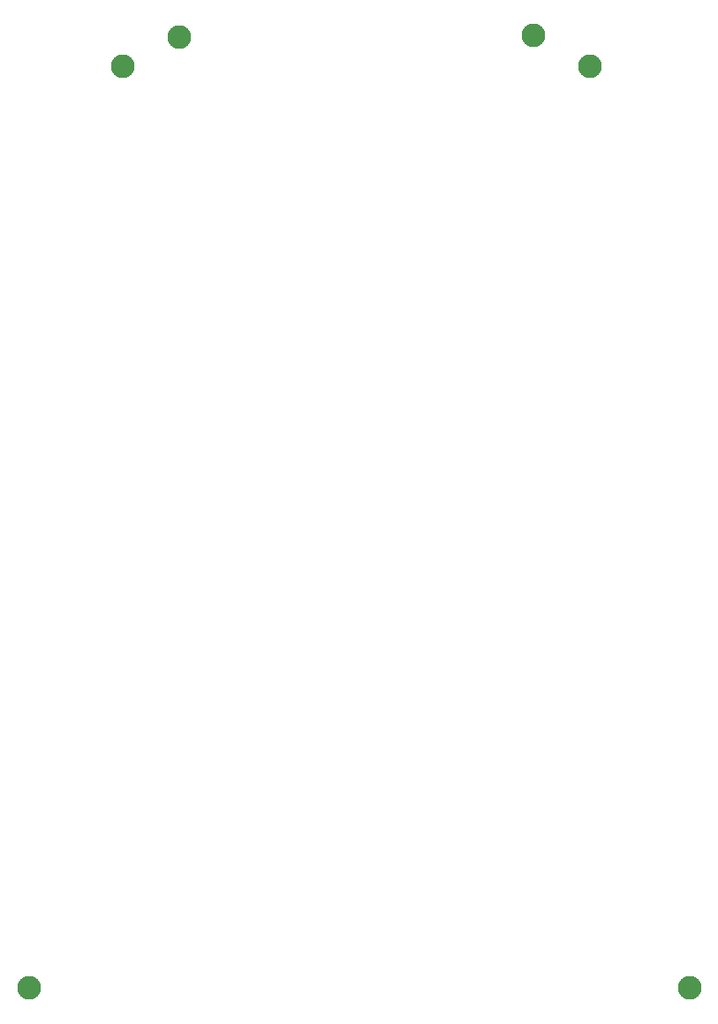
<source format=gbs>
G04 MADE WITH FRITZING*
G04 WWW.FRITZING.ORG*
G04 DOUBLE SIDED*
G04 HOLES PLATED*
G04 CONTOUR ON CENTER OF CONTOUR VECTOR*
%ASAXBY*%
%FSLAX23Y23*%
%MOIN*%
%OFA0B0*%
%SFA1.0B1.0*%
%ADD10C,0.089370*%
%LNMASK0*%
G90*
G70*
G54D10*
X2192Y3571D03*
X73Y97D03*
X1978Y3688D03*
X640Y3683D03*
X2566Y96D03*
X426Y3572D03*
G04 End of Mask0*
M02*
</source>
